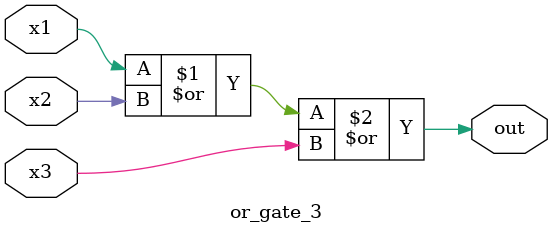
<source format=v>
module or_gate_3 ( input x1, x2, x3, output  out );
  
  assign
      out   = x1 | x2 | x3 ; 
    
endmodule
</source>
